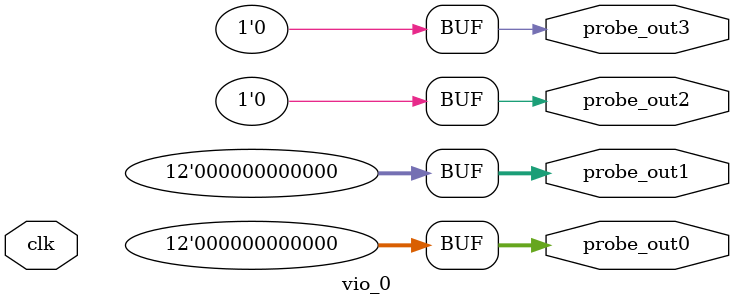
<source format=v>
`timescale 1ns / 1ps
module vio_0 (
clk,

probe_out0,
probe_out1,
probe_out2,
probe_out3
);

input clk;

output reg [11 : 0] probe_out0 = 'h000 ;
output reg [11 : 0] probe_out1 = 'h000 ;
output reg [0 : 0] probe_out2 = 'h0 ;
output reg [0 : 0] probe_out3 = 'h0 ;


endmodule

</source>
